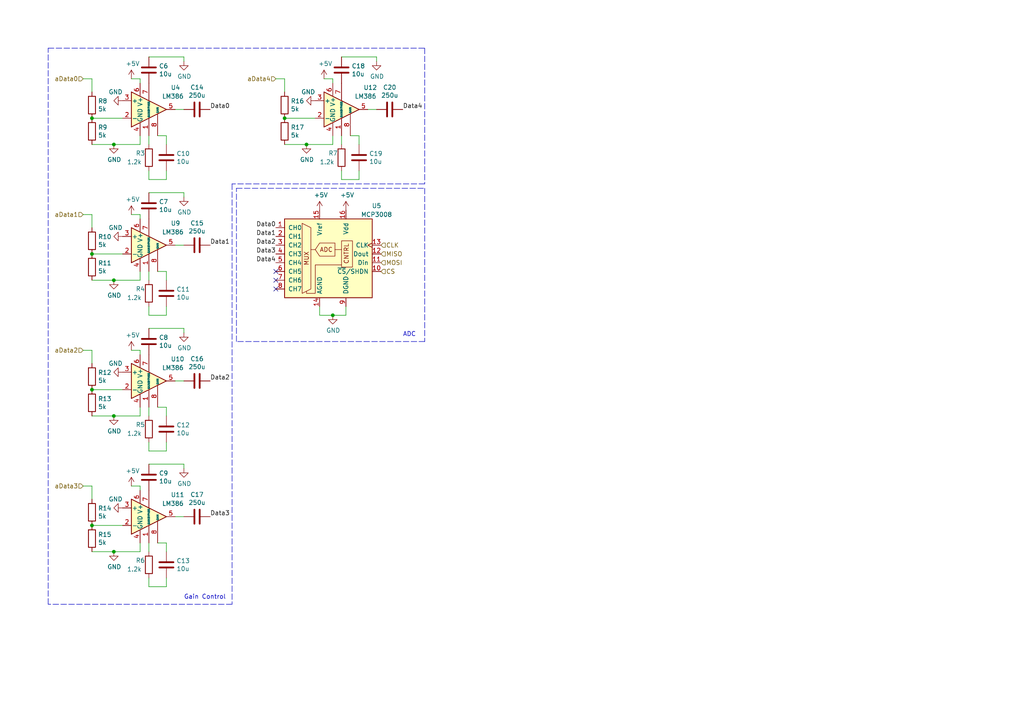
<source format=kicad_sch>
(kicad_sch (version 20211123) (generator eeschema)
  (paper "A4")
  (lib_symbols
    (symbol "Amplifier_Audio:LM386" (pin_names (offset 0.127))
      (property "Reference" "U" (at 1.27 7.62 0))
      (property "Value" "LM386" (at 1.27 5.08 0))
      (symbol "LM386_0_1"
        (polyline (pts (xy 5.08 0) (xy -5.08 5.08) (xy -5.08 -5.08) (xy 5.08 0)) (stroke (width 0.254)) (fill (type background)))
      )
      (symbol "LM386_1_1"
        (pin input line (at 0 -7.62 90) (length 5.08) (name "GAIN") (number "1"))
        (pin input line (at -7.62 -2.54 0) (length 2.54) (name "-") (number "2"))
        (pin input line (at -7.62 2.54 0) (length 2.54) (name "+") (number "3"))
        (pin power_in line (at -2.54 -7.62 90) (length 3.81) (name "GND") (number "4"))
        (pin output line (at 7.62 0 180) (length 2.54) (name "~") (number "5"))
        (pin power_in line (at -2.54 7.62 270) (length 3.81) (name "V+") (number "6"))
        (pin input line (at 0 7.62 270) (length 5.08) (name "BYPASS") (number "7"))
        (pin input line (at 2.54 -7.62 90) (length 6.35) (name "GAIN") (number "8"))
      )
    )
    (symbol "Analog_ADC:MCP3008" (pin_names (offset 1.016))
      (property "Reference" "U" (at -5.08 13.335 0))
      (property "Value" "MCP3008" (at -5.08 11.43 0))
      (symbol "MCP3008_0_0"
        (text "ADC" (at -0.635 1.27 0) (effects (font (size 1.27 1.27))))
        (text "CNTRL" (at 5.969 -2.921 900) (effects (font (size 1.27 1.27)) (justify left bottom)))
        (text "MUX" (at -6.35 -1.27 900) (effects (font (size 1.27 1.27))))
      )
      (symbol "MCP3008_0_1"
        (polyline (pts (xy -3.81 1.27) (xy -5.08 1.27)))
        (polyline (pts (xy 1.905 1.27) (xy 3.81 1.27)))
        (polyline (pts (xy -7.62 8.89) (xy -7.62 -11.43) (xy -5.08 -10.16) (xy -5.08 7.62) (xy -7.62 8.89)))
        (polyline (pts (xy 3.81 -3.175) (xy -3.81 -3.175) (xy -3.81 -11.43) (xy -6.35 -11.43) (xy -6.35 -10.795)))
        (polyline (pts (xy 1.905 3.175) (xy 1.905 -0.635) (xy -2.54 -0.635) (xy -3.81 1.27) (xy -2.54 3.175) (xy 1.905 3.175)))
        (rectangle (start 3.81 -3.81) (end 6.985 3.81))
        (rectangle (start 12.7 -12.7) (end -12.7 10.16) (stroke (width 0.254)) (fill (type background)))
      )
      (symbol "MCP3008_1_1"
        (pin input line (at -15.24 7.62 0) (length 2.54) (name "CH0") (number "1"))
        (pin input line (at 15.24 -5.08 180) (length 2.54) (name "~{CS}/SHDN") (number "10"))
        (pin input line (at 15.24 -2.54 180) (length 2.54) (name "Din") (number "11"))
        (pin output line (at 15.24 0 180) (length 2.54) (name "Dout") (number "12"))
        (pin input clock (at 15.24 2.54 180) (length 2.54) (name "CLK") (number "13"))
        (pin power_in line (at -2.54 -15.24 90) (length 2.54) (name "AGND") (number "14"))
        (pin power_in line (at -2.54 12.7 270) (length 2.54) (name "Vref") (number "15"))
        (pin power_in line (at 5.08 12.7 270) (length 2.54) (name "Vdd") (number "16"))
        (pin input line (at -15.24 5.08 0) (length 2.54) (name "CH1") (number "2"))
        (pin input line (at -15.24 2.54 0) (length 2.54) (name "CH2") (number "3"))
        (pin input line (at -15.24 0 0) (length 2.54) (name "CH3") (number "4"))
        (pin input line (at -15.24 -2.54 0) (length 2.54) (name "CH4") (number "5"))
        (pin input line (at -15.24 -5.08 0) (length 2.54) (name "CH5") (number "6"))
        (pin input line (at -15.24 -7.62 0) (length 2.54) (name "CH6") (number "7"))
        (pin input line (at -15.24 -10.16 0) (length 2.54) (name "CH7") (number "8"))
        (pin power_in line (at 5.08 -15.24 90) (length 2.54) (name "DGND") (number "9"))
      )
    )
    (symbol "Device:C" (pin_numbers hide) (pin_names (offset 0.254))
      (property "Reference" "C" (at 0.635 2.54 0))
      (property "Value" "C" (at 0.635 -2.54 0))
      (symbol "C_0_1"
        (polyline (pts (xy -2.032 -0.762) (xy 2.032 -0.762)) (stroke (width 0.508)))
        (polyline (pts (xy -2.032 0.762) (xy 2.032 0.762)) (stroke (width 0.508)))
      )
      (symbol "C_1_1"
        (pin passive line (at 0 3.81 270) (length 2.794) (name "~") (number "1"))
        (pin passive line (at 0 -3.81 90) (length 2.794) (name "~") (number "2"))
      )
    )
    (symbol "Device:R" (pin_numbers hide) (pin_names (offset 0))
      (property "Reference" "R" (at 2.032 0 90))
      (property "Value" "R" (at 0 0 90))
      (symbol "R_0_1"
        (rectangle (start -1.016 -2.54) (end 1.016 2.54) (stroke (width 0.254)))
      )
      (symbol "R_1_1"
        (pin passive line (at 0 3.81 270) (length 1.27) (name "~") (number "1"))
        (pin passive line (at 0 -3.81 90) (length 1.27) (name "~") (number "2"))
      )
    )
    (symbol "power:+5V" (power) (pin_names (offset 0))
      (property "Value" "+5V" (at 0 3.556 0))
      (symbol "+5V_0_1"
        (polyline (pts (xy -0.762 1.27) (xy 0 2.54)))
        (polyline (pts (xy 0 0) (xy 0 2.54)))
        (polyline (pts (xy 0 2.54) (xy 0.762 1.27)))
      )
      (symbol "+5V_1_1"
        (pin power_in line (at 0 0 90) (length 0) hide (name "+5V") (number "1"))
      )
    )
    (symbol "power:GND" (power) (pin_names (offset 0))
      (property "Value" "GND" (at 0 -3.81 0))
      (symbol "GND_0_1"
        (polyline (pts (xy 0 0) (xy 0 -1.27) (xy 1.27 -1.27) (xy 0 -2.54) (xy -1.27 -1.27) (xy 0 -1.27)))
      )
      (symbol "GND_1_1"
        (pin power_in line (at 0 0 270) (length 0) hide (name "GND") (number "1"))
      )
    )
  )
  (junction (at 33.02 41.91))
  (junction (at 96.52 91.44))
  (junction (at 26.67 152.4))
  (junction (at 88.9 41.91))
  (junction (at 33.02 120.65))
  (junction (at 26.67 113.03))
  (junction (at 26.67 34.29))
  (junction (at 33.02 81.28))
  (junction (at 26.67 73.66))
  (junction (at 33.02 160.02))
  (junction (at 82.55 34.29))
  (no_connect (at 80.01 83.82))
  (no_connect (at 80.01 81.28))
  (no_connect (at 80.01 78.74))
  (wire (pts (xy 53.34 71.12) (xy 50.8 71.12)))
  (wire (pts (xy 101.6 39.37) (xy 104.14 39.37)))
  (polyline (pts (xy 123.19 13.97) (xy 123.19 53.34)))
  (wire (pts (xy 26.67 101.6) (xy 24.13 101.6)))
  (wire (pts (xy 40.64 39.37) (xy 40.64 41.91)))
  (wire (pts (xy 40.64 118.11) (xy 40.64 120.65)))
  (polyline (pts (xy 68.58 99.06) (xy 68.58 54.61)))
  (wire (pts (xy 26.67 34.29) (xy 35.56 34.29)))
  (wire (pts (xy 45.72 157.48) (xy 48.26 157.48)))
  (polyline (pts (xy 13.97 13.97) (xy 123.19 13.97)))
  (wire (pts (xy 40.64 101.6) (xy 40.64 102.87)))
  (polyline (pts (xy 67.31 53.34) (xy 67.31 175.26)))
  (wire (pts (xy 53.34 16.51) (xy 43.18 16.51)))
  (polyline (pts (xy 123.19 54.61) (xy 123.19 99.06)))
  (wire (pts (xy 43.18 130.81) (xy 43.18 128.27)))
  (wire (pts (xy 53.34 57.15) (xy 53.34 55.88)))
  (wire (pts (xy 26.67 101.6) (xy 26.67 105.41)))
  (wire (pts (xy 48.26 49.53) (xy 48.26 52.07)))
  (wire (pts (xy 104.14 52.07) (xy 99.06 52.07)))
  (wire (pts (xy 109.22 17.78) (xy 109.22 16.51)))
  (wire (pts (xy 82.55 41.91) (xy 88.9 41.91)))
  (wire (pts (xy 40.64 78.74) (xy 40.64 81.28)))
  (wire (pts (xy 40.64 22.86) (xy 40.64 24.13)))
  (wire (pts (xy 40.64 41.91) (xy 33.02 41.91)))
  (wire (pts (xy 26.67 22.86) (xy 24.13 22.86)))
  (wire (pts (xy 82.55 22.86) (xy 80.01 22.86)))
  (wire (pts (xy 43.18 160.02) (xy 43.18 157.48)))
  (wire (pts (xy 26.67 140.97) (xy 26.67 144.78)))
  (wire (pts (xy 26.67 160.02) (xy 33.02 160.02)))
  (wire (pts (xy 26.67 73.66) (xy 35.56 73.66)))
  (wire (pts (xy 48.26 52.07) (xy 43.18 52.07)))
  (wire (pts (xy 96.52 41.91) (xy 88.9 41.91)))
  (wire (pts (xy 26.67 152.4) (xy 35.56 152.4)))
  (wire (pts (xy 48.26 88.9) (xy 48.26 91.44)))
  (wire (pts (xy 26.67 113.03) (xy 35.56 113.03)))
  (wire (pts (xy 96.52 22.86) (xy 96.52 24.13)))
  (polyline (pts (xy 13.97 175.26) (xy 13.97 13.97)))
  (wire (pts (xy 40.64 120.65) (xy 33.02 120.65)))
  (wire (pts (xy 82.55 22.86) (xy 82.55 26.67)))
  (wire (pts (xy 26.67 62.23) (xy 26.67 66.04)))
  (wire (pts (xy 26.67 120.65) (xy 33.02 120.65)))
  (wire (pts (xy 38.1 62.23) (xy 40.64 62.23)))
  (wire (pts (xy 40.64 81.28) (xy 33.02 81.28)))
  (wire (pts (xy 40.64 140.97) (xy 40.64 142.24)))
  (wire (pts (xy 45.72 39.37) (xy 48.26 39.37)))
  (wire (pts (xy 48.26 128.27) (xy 48.26 130.81)))
  (wire (pts (xy 96.52 91.44) (xy 100.33 91.44)))
  (wire (pts (xy 109.22 16.51) (xy 99.06 16.51)))
  (wire (pts (xy 53.34 95.25) (xy 43.18 95.25)))
  (wire (pts (xy 26.67 81.28) (xy 33.02 81.28)))
  (wire (pts (xy 93.98 22.86) (xy 96.52 22.86)))
  (wire (pts (xy 48.26 39.37) (xy 48.26 41.91)))
  (wire (pts (xy 43.18 170.18) (xy 43.18 167.64)))
  (wire (pts (xy 53.34 96.52) (xy 53.34 95.25)))
  (wire (pts (xy 92.71 91.44) (xy 92.71 88.9)))
  (polyline (pts (xy 123.19 99.06) (xy 68.58 99.06)))
  (wire (pts (xy 38.1 22.86) (xy 40.64 22.86)))
  (wire (pts (xy 53.34 55.88) (xy 43.18 55.88)))
  (wire (pts (xy 99.06 41.91) (xy 99.06 39.37)))
  (wire (pts (xy 48.26 91.44) (xy 43.18 91.44)))
  (wire (pts (xy 104.14 39.37) (xy 104.14 41.91)))
  (wire (pts (xy 104.14 49.53) (xy 104.14 52.07)))
  (wire (pts (xy 53.34 17.78) (xy 53.34 16.51)))
  (wire (pts (xy 53.34 134.62) (xy 43.18 134.62)))
  (wire (pts (xy 26.67 140.97) (xy 24.13 140.97)))
  (polyline (pts (xy 68.58 54.61) (xy 123.19 54.61)))
  (wire (pts (xy 48.26 78.74) (xy 48.26 81.28)))
  (wire (pts (xy 40.64 62.23) (xy 40.64 63.5)))
  (wire (pts (xy 38.1 101.6) (xy 40.64 101.6)))
  (wire (pts (xy 43.18 120.65) (xy 43.18 118.11)))
  (wire (pts (xy 26.67 22.86) (xy 26.67 26.67)))
  (wire (pts (xy 53.34 31.75) (xy 50.8 31.75)))
  (wire (pts (xy 96.52 91.44) (xy 92.71 91.44)))
  (wire (pts (xy 53.34 135.89) (xy 53.34 134.62)))
  (wire (pts (xy 53.34 149.86) (xy 50.8 149.86)))
  (wire (pts (xy 43.18 91.44) (xy 43.18 88.9)))
  (wire (pts (xy 43.18 81.28) (xy 43.18 78.74)))
  (wire (pts (xy 48.26 118.11) (xy 48.26 120.65)))
  (wire (pts (xy 109.22 31.75) (xy 106.68 31.75)))
  (wire (pts (xy 40.64 160.02) (xy 33.02 160.02)))
  (wire (pts (xy 45.72 118.11) (xy 48.26 118.11)))
  (wire (pts (xy 40.64 157.48) (xy 40.64 160.02)))
  (wire (pts (xy 48.26 130.81) (xy 43.18 130.81)))
  (wire (pts (xy 96.52 39.37) (xy 96.52 41.91)))
  (polyline (pts (xy 67.31 175.26) (xy 13.97 175.26)))
  (wire (pts (xy 43.18 41.91) (xy 43.18 39.37)))
  (polyline (pts (xy 123.19 53.34) (xy 67.31 53.34)))
  (wire (pts (xy 99.06 52.07) (xy 99.06 49.53)))
  (wire (pts (xy 26.67 62.23) (xy 24.13 62.23)))
  (wire (pts (xy 43.18 52.07) (xy 43.18 49.53)))
  (wire (pts (xy 48.26 157.48) (xy 48.26 160.02)))
  (wire (pts (xy 38.1 140.97) (xy 40.64 140.97)))
  (wire (pts (xy 100.33 91.44) (xy 100.33 88.9)))
  (wire (pts (xy 48.26 170.18) (xy 43.18 170.18)))
  (wire (pts (xy 53.34 110.49) (xy 50.8 110.49)))
  (wire (pts (xy 45.72 78.74) (xy 48.26 78.74)))
  (wire (pts (xy 48.26 167.64) (xy 48.26 170.18)))
  (wire (pts (xy 82.55 34.29) (xy 91.44 34.29)))
  (wire (pts (xy 26.67 41.91) (xy 33.02 41.91)))
  (text "Gain Control" (at 53.34 173.99 0) (effects (font (size 1.27 1.27)) (justify left bottom)))
  (text "ADC" (at 116.84 97.79 0) (effects (font (size 1.27 1.27)) (justify left bottom)))
  (label "Data1" (at 60.96 71.12 0))
  (label "Data2" (at 60.96 110.49 0))
  (label "Data4" (at 116.84 31.75 0))
  (label "Data4" (at 80.01 76.2 180))
  (label "Data0" (at 60.96 31.75 0))
  (label "Data0" (at 80.01 66.04 180))
  (label "Data2" (at 80.01 71.12 180))
  (label "Data3" (at 80.01 73.66 180))
  (label "Data3" (at 60.96 149.86 0))
  (label "Data1" (at 80.01 68.58 180))
  (hierarchical_label "aData1" (shape input) (at 24.13 62.23 180))
  (hierarchical_label "aData4" (shape input) (at 80.01 22.86 180))
  (hierarchical_label "CS" (shape input) (at 110.49 78.74 0))
  (hierarchical_label "MISO" (shape input) (at 110.49 73.66 0))
  (hierarchical_label "aData3" (shape input) (at 24.13 140.97 180))
  (hierarchical_label "aData0" (shape input) (at 24.13 22.86 180))
  (hierarchical_label "CLK" (shape input) (at 110.49 71.12 0))
  (hierarchical_label "MOSI" (shape input) (at 110.49 76.2 0))
  (hierarchical_label "aData2" (shape input) (at 24.13 101.6 180))
  (symbol (lib_id "Amplifier_Audio:LM386") (at 43.18 31.75 0) (unit 1)
    (property "Reference" "U4" (at 49.53 25.4 0) (effects (justify left)))
    (property "Value" "LM386" (at 46.99 27.94 0) (effects (justify left)))
    (property "Footprint" "Package_SO:SOIC-8_3.9x4.9mm_P1.27mm" (effects hide))
    (property "Datasheet" "http://www.ti.com/lit/ds/symlink/lm386.pdf" (effects hide))
  )
  (symbol (lib_id "Analog_ADC:MCP3008") (at 95.25 73.66 0) (unit 1)
    (property "Reference" "U5" (at 109.22 59.69 0))
    (property "Value" "MCP3008" (at 109.22 62.23 0))
    (property "Footprint" "Package_SO:SOIC-16_3.9x9.9mm_P1.27mm" (effects hide))
    (property "Datasheet" "http://ww1.microchip.com/downloads/en/DeviceDoc/21295d.pdf" (effects hide))
  )
  (symbol (lib_id "power:GND") (at 96.52 91.44 0) (unit 1)
    (property "Reference" "#PWR0162" (effects hide))
    (property "Value" "GND" (at 96.647 95.8342 0))
  )
  (symbol (lib_id "Device:C") (at 48.26 45.72 0) (unit 1)
    (property "Reference" "C10" (at 51.181 44.5516 0) (effects (justify left)))
    (property "Value" "10u" (at 51.181 46.863 0) (effects (justify left)))
    (property "Footprint" "Capacitor_SMD:C_0603_1608Metric" (effects hide))
  )
  (symbol (lib_id "Device:R") (at 43.18 45.72 0) (unit 1)
    (property "Reference" "R3" (at 39.37 44.45 0) (effects (justify left)))
    (property "Value" "1.2k" (at 36.83 46.99 0) (effects (justify left)))
    (property "Footprint" "Resistor_SMD:R_0603_1608Metric" (effects hide))
  )
  (symbol (lib_id "Device:C") (at 43.18 20.32 0) (unit 1)
    (property "Reference" "C6" (at 46.101 19.1516 0) (effects (justify left)))
    (property "Value" "10u" (at 46.101 21.463 0) (effects (justify left)))
    (property "Footprint" "Capacitor_SMD:C_0603_1608Metric" (effects hide))
  )
  (symbol (lib_id "power:GND") (at 53.34 17.78 0) (unit 1)
    (property "Reference" "#PWR0165" (effects hide))
    (property "Value" "GND" (at 53.467 22.1742 0))
  )
  (symbol (lib_id "power:+5V") (at 38.1 22.86 0) (unit 1)
    (property "Reference" "#PWR0166" (effects hide))
    (property "Value" "+5V" (at 38.481 18.4658 0))
  )
  (symbol (lib_id "Amplifier_Audio:LM386") (at 43.18 71.12 0) (unit 1)
    (property "Reference" "U9" (at 49.53 64.77 0) (effects (justify left)))
    (property "Value" "LM386" (at 46.99 67.31 0) (effects (justify left)))
    (property "Footprint" "Package_SO:SOIC-8_3.9x4.9mm_P1.27mm" (effects hide))
    (property "Datasheet" "http://www.ti.com/lit/ds/symlink/lm386.pdf" (effects hide))
  )
  (symbol (lib_id "Device:C") (at 48.26 85.09 0) (unit 1)
    (property "Reference" "C11" (at 51.181 83.9216 0) (effects (justify left)))
    (property "Value" "10u" (at 51.181 86.233 0) (effects (justify left)))
    (property "Footprint" "Capacitor_SMD:C_0603_1608Metric" (effects hide))
  )
  (symbol (lib_id "Device:R") (at 43.18 85.09 0) (unit 1)
    (property "Reference" "R4" (at 39.37 83.82 0) (effects (justify left)))
    (property "Value" "1.2k" (at 36.83 86.36 0) (effects (justify left)))
    (property "Footprint" "Resistor_SMD:R_0603_1608Metric" (effects hide))
  )
  (symbol (lib_id "Device:C") (at 43.18 59.69 0) (unit 1)
    (property "Reference" "C7" (at 46.101 58.5216 0) (effects (justify left)))
    (property "Value" "10u" (at 46.101 60.833 0) (effects (justify left)))
    (property "Footprint" "Capacitor_SMD:C_0603_1608Metric" (effects hide))
  )
  (symbol (lib_id "power:GND") (at 53.34 57.15 0) (unit 1)
    (property "Reference" "#PWR0169" (effects hide))
    (property "Value" "GND" (at 53.467 61.5442 0))
  )
  (symbol (lib_id "power:+5V") (at 38.1 62.23 0) (unit 1)
    (property "Reference" "#PWR0170" (effects hide))
    (property "Value" "+5V" (at 38.481 57.8358 0))
  )
  (symbol (lib_id "Amplifier_Audio:LM386") (at 43.18 110.49 0) (unit 1)
    (property "Reference" "U10" (at 49.53 104.14 0) (effects (justify left)))
    (property "Value" "LM386" (at 46.99 106.68 0) (effects (justify left)))
    (property "Footprint" "Package_SO:SOIC-8_3.9x4.9mm_P1.27mm" (effects hide))
    (property "Datasheet" "http://www.ti.com/lit/ds/symlink/lm386.pdf" (effects hide))
  )
  (symbol (lib_id "Device:C") (at 48.26 124.46 0) (unit 1)
    (property "Reference" "C12" (at 51.181 123.2916 0) (effects (justify left)))
    (property "Value" "10u" (at 51.181 125.603 0) (effects (justify left)))
    (property "Footprint" "Capacitor_SMD:C_0603_1608Metric" (effects hide))
  )
  (symbol (lib_id "Device:R") (at 43.18 124.46 0) (unit 1)
    (property "Reference" "R5" (at 39.37 123.19 0) (effects (justify left)))
    (property "Value" "1.2k" (at 36.83 125.73 0) (effects (justify left)))
    (property "Footprint" "Resistor_SMD:R_0603_1608Metric" (effects hide))
  )
  (symbol (lib_id "Device:C") (at 43.18 99.06 0) (unit 1)
    (property "Reference" "C8" (at 46.101 97.8916 0) (effects (justify left)))
    (property "Value" "10u" (at 46.101 100.203 0) (effects (justify left)))
    (property "Footprint" "Capacitor_SMD:C_0603_1608Metric" (effects hide))
  )
  (symbol (lib_id "power:GND") (at 53.34 96.52 0) (unit 1)
    (property "Reference" "#PWR0173" (effects hide))
    (property "Value" "GND" (at 53.467 100.9142 0))
  )
  (symbol (lib_id "power:+5V") (at 38.1 101.6 0) (unit 1)
    (property "Reference" "#PWR0174" (effects hide))
    (property "Value" "+5V" (at 38.481 97.2058 0))
  )
  (symbol (lib_id "Amplifier_Audio:LM386") (at 43.18 149.86 0) (unit 1)
    (property "Reference" "U11" (at 49.53 143.51 0) (effects (justify left)))
    (property "Value" "LM386" (at 46.99 146.05 0) (effects (justify left)))
    (property "Footprint" "Package_SO:SOIC-8_3.9x4.9mm_P1.27mm" (effects hide))
    (property "Datasheet" "http://www.ti.com/lit/ds/symlink/lm386.pdf" (effects hide))
  )
  (symbol (lib_id "power:GND") (at 35.56 147.32 270) (unit 1)
    (property "Reference" "#PWR0175" (effects hide))
    (property "Value" "GND" (at 35.56 144.78 90) (effects (justify right)))
  )
  (symbol (lib_id "power:GND") (at 33.02 160.02 0) (unit 1)
    (property "Reference" "#PWR0176" (effects hide))
    (property "Value" "GND" (at 33.147 164.4142 0))
  )
  (symbol (lib_id "Device:C") (at 48.26 163.83 0) (unit 1)
    (property "Reference" "C13" (at 51.181 162.6616 0) (effects (justify left)))
    (property "Value" "10u" (at 51.181 164.973 0) (effects (justify left)))
    (property "Footprint" "Capacitor_SMD:C_0603_1608Metric" (effects hide))
  )
  (symbol (lib_id "Device:R") (at 43.18 163.83 0) (unit 1)
    (property "Reference" "R6" (at 39.37 162.56 0) (effects (justify left)))
    (property "Value" "1.2k" (at 36.83 165.1 0) (effects (justify left)))
    (property "Footprint" "Resistor_SMD:R_0603_1608Metric" (effects hide))
  )
  (symbol (lib_id "Device:C") (at 43.18 138.43 0) (unit 1)
    (property "Reference" "C9" (at 46.101 137.2616 0) (effects (justify left)))
    (property "Value" "10u" (at 46.101 139.573 0) (effects (justify left)))
    (property "Footprint" "Capacitor_SMD:C_0603_1608Metric" (effects hide))
  )
  (symbol (lib_id "power:GND") (at 53.34 135.89 0) (unit 1)
    (property "Reference" "#PWR0177" (effects hide))
    (property "Value" "GND" (at 53.467 140.2842 0))
  )
  (symbol (lib_id "power:+5V") (at 38.1 140.97 0) (unit 1)
    (property "Reference" "#PWR0178" (effects hide))
    (property "Value" "+5V" (at 38.481 136.5758 0))
  )
  (symbol (lib_id "Amplifier_Audio:LM386") (at 99.06 31.75 0) (unit 1)
    (property "Reference" "U12" (at 105.41 25.4 0) (effects (justify left)))
    (property "Value" "LM386" (at 102.87 27.94 0) (effects (justify left)))
    (property "Footprint" "Package_SO:SOIC-8_3.9x4.9mm_P1.27mm" (effects hide))
    (property "Datasheet" "http://www.ti.com/lit/ds/symlink/lm386.pdf" (effects hide))
  )
  (symbol (lib_id "Device:C") (at 104.14 45.72 0) (unit 1)
    (property "Reference" "C19" (at 107.061 44.5516 0) (effects (justify left)))
    (property "Value" "10u" (at 107.061 46.863 0) (effects (justify left)))
    (property "Footprint" "Capacitor_SMD:C_0603_1608Metric" (effects hide))
  )
  (symbol (lib_id "Device:R") (at 99.06 45.72 0) (unit 1)
    (property "Reference" "R7" (at 95.25 44.45 0) (effects (justify left)))
    (property "Value" "1.2k" (at 92.71 46.99 0) (effects (justify left)))
    (property "Footprint" "Resistor_SMD:R_0603_1608Metric" (effects hide))
  )
  (symbol (lib_id "Device:C") (at 99.06 20.32 0) (unit 1)
    (property "Reference" "C18" (at 101.981 19.1516 0) (effects (justify left)))
    (property "Value" "10u" (at 101.981 21.463 0) (effects (justify left)))
    (property "Footprint" "Capacitor_SMD:C_0603_1608Metric" (effects hide))
  )
  (symbol (lib_id "power:GND") (at 109.22 17.78 0) (unit 1)
    (property "Reference" "#PWR0181" (effects hide))
    (property "Value" "GND" (at 109.347 22.1742 0))
  )
  (symbol (lib_id "power:+5V") (at 93.98 22.86 0) (unit 1)
    (property "Reference" "#PWR0182" (effects hide))
    (property "Value" "+5V" (at 94.361 18.4658 0))
  )
  (symbol (lib_id "power:+5V") (at 92.71 60.96 0) (unit 1)
    (property "Reference" "#PWR0183" (effects hide))
    (property "Value" "+5V" (at 93.091 56.5658 0))
  )
  (symbol (lib_id "power:+5V") (at 100.33 60.96 0) (unit 1)
    (property "Reference" "#PWR0184" (effects hide))
    (property "Value" "+5V" (at 100.711 56.5658 0))
  )
  (symbol (lib_id "Device:R") (at 26.67 156.21 0) (unit 1)
    (property "Reference" "R15" (at 28.448 155.0416 0) (effects (justify left)))
    (property "Value" "5k" (at 28.448 157.353 0) (effects (justify left)))
    (property "Footprint" "Resistor_SMD:R_0603_1608Metric" (effects hide))
  )
  (symbol (lib_id "Device:R") (at 26.67 148.59 0) (unit 1)
    (property "Reference" "R14" (at 28.448 147.4216 0) (effects (justify left)))
    (property "Value" "5k" (at 28.448 149.733 0) (effects (justify left)))
    (property "Footprint" "Resistor_SMD:R_0603_1608Metric" (effects hide))
  )
  (symbol (lib_id "power:GND") (at 35.56 107.95 270) (unit 1)
    (property "Reference" "#PWR0163" (effects hide))
    (property "Value" "GND" (at 35.56 105.41 90) (effects (justify right)))
  )
  (symbol (lib_id "power:GND") (at 33.02 120.65 0) (unit 1)
    (property "Reference" "#PWR0164" (effects hide))
    (property "Value" "GND" (at 33.147 125.0442 0))
  )
  (symbol (lib_id "Device:R") (at 26.67 116.84 0) (unit 1)
    (property "Reference" "R13" (at 28.448 115.6716 0) (effects (justify left)))
    (property "Value" "5k" (at 28.448 117.983 0) (effects (justify left)))
    (property "Footprint" "Resistor_SMD:R_0603_1608Metric" (effects hide))
  )
  (symbol (lib_id "Device:R") (at 26.67 109.22 0) (unit 1)
    (property "Reference" "R12" (at 28.448 108.0516 0) (effects (justify left)))
    (property "Value" "5k" (at 28.448 110.363 0) (effects (justify left)))
    (property "Footprint" "Resistor_SMD:R_0603_1608Metric" (effects hide))
  )
  (symbol (lib_id "power:GND") (at 35.56 68.58 270) (unit 1)
    (property "Reference" "#PWR0167" (effects hide))
    (property "Value" "GND" (at 35.56 66.04 90) (effects (justify right)))
  )
  (symbol (lib_id "power:GND") (at 33.02 81.28 0) (unit 1)
    (property "Reference" "#PWR0168" (effects hide))
    (property "Value" "GND" (at 33.147 85.6742 0))
  )
  (symbol (lib_id "Device:R") (at 26.67 77.47 0) (unit 1)
    (property "Reference" "R11" (at 28.448 76.3016 0) (effects (justify left)))
    (property "Value" "5k" (at 28.448 78.613 0) (effects (justify left)))
    (property "Footprint" "Resistor_SMD:R_0603_1608Metric" (effects hide))
  )
  (symbol (lib_id "Device:R") (at 26.67 69.85 0) (unit 1)
    (property "Reference" "R10" (at 28.448 68.6816 0) (effects (justify left)))
    (property "Value" "5k" (at 28.448 70.993 0) (effects (justify left)))
    (property "Footprint" "Resistor_SMD:R_0603_1608Metric" (effects hide))
  )
  (symbol (lib_id "power:GND") (at 35.56 29.21 270) (unit 1)
    (property "Reference" "#PWR0171" (effects hide))
    (property "Value" "GND" (at 35.56 26.67 90) (effects (justify right)))
  )
  (symbol (lib_id "power:GND") (at 33.02 41.91 0) (unit 1)
    (property "Reference" "#PWR0172" (effects hide))
    (property "Value" "GND" (at 33.147 46.3042 0))
  )
  (symbol (lib_id "Device:R") (at 26.67 38.1 0) (unit 1)
    (property "Reference" "R9" (at 28.448 36.9316 0) (effects (justify left)))
    (property "Value" "5k" (at 28.448 39.243 0) (effects (justify left)))
    (property "Footprint" "Resistor_SMD:R_0603_1608Metric" (effects hide))
  )
  (symbol (lib_id "Device:R") (at 26.67 30.48 0) (unit 1)
    (property "Reference" "R8" (at 28.448 29.3116 0) (effects (justify left)))
    (property "Value" "5k" (at 28.448 31.623 0) (effects (justify left)))
    (property "Footprint" "Resistor_SMD:R_0603_1608Metric" (effects hide))
  )
  (symbol (lib_id "power:GND") (at 91.44 29.21 270) (unit 1)
    (property "Reference" "#PWR0179" (effects hide))
    (property "Value" "GND" (at 91.44 26.67 90) (effects (justify right)))
  )
  (symbol (lib_id "power:GND") (at 88.9 41.91 0) (unit 1)
    (property "Reference" "#PWR0180" (effects hide))
    (property "Value" "GND" (at 89.027 46.3042 0))
  )
  (symbol (lib_id "Device:R") (at 82.55 38.1 0) (unit 1)
    (property "Reference" "R17" (at 84.328 36.9316 0) (effects (justify left)))
    (property "Value" "5k" (at 84.328 39.243 0) (effects (justify left)))
    (property "Footprint" "Resistor_SMD:R_0603_1608Metric" (effects hide))
  )
  (symbol (lib_id "Device:R") (at 82.55 30.48 0) (unit 1)
    (property "Reference" "R16" (at 84.328 29.3116 0) (effects (justify left)))
    (property "Value" "5k" (at 84.328 31.623 0) (effects (justify left)))
    (property "Footprint" "Resistor_SMD:R_0603_1608Metric" (effects hide))
  )
  (symbol (lib_id "Device:C") (at 57.15 31.75 270) (unit 1)
    (property "Reference" "C14" (at 57.15 25.3492 90))
    (property "Value" "250u" (at 57.15 27.6606 90))
    (property "Footprint" "Capacitor_SMD:C_0603_1608Metric" (effects hide))
  )
  (symbol (lib_id "Device:C") (at 57.15 71.12 270) (unit 1)
    (property "Reference" "C15" (at 57.15 64.7192 90))
    (property "Value" "250u" (at 57.15 67.0306 90))
    (property "Footprint" "Capacitor_SMD:C_0603_1608Metric" (effects hide))
  )
  (symbol (lib_id "Device:C") (at 57.15 110.49 270) (unit 1)
    (property "Reference" "C16" (at 57.15 104.0892 90))
    (property "Value" "250u" (at 57.15 106.4006 90))
    (property "Footprint" "Capacitor_SMD:C_0603_1608Metric" (effects hide))
  )
  (symbol (lib_id "Device:C") (at 57.15 149.86 270) (unit 1)
    (property "Reference" "C17" (at 57.15 143.4592 90))
    (property "Value" "250u" (at 57.15 145.7706 90))
    (property "Footprint" "Capacitor_SMD:C_0603_1608Metric" (effects hide))
  )
  (symbol (lib_id "Device:C") (at 113.03 31.75 270) (unit 1)
    (property "Reference" "C20" (at 113.03 25.3492 90))
    (property "Value" "250u" (at 113.03 27.6606 90))
    (property "Footprint" "Capacitor_SMD:C_0603_1608Metric" (effects hide))
  )
)
</source>
